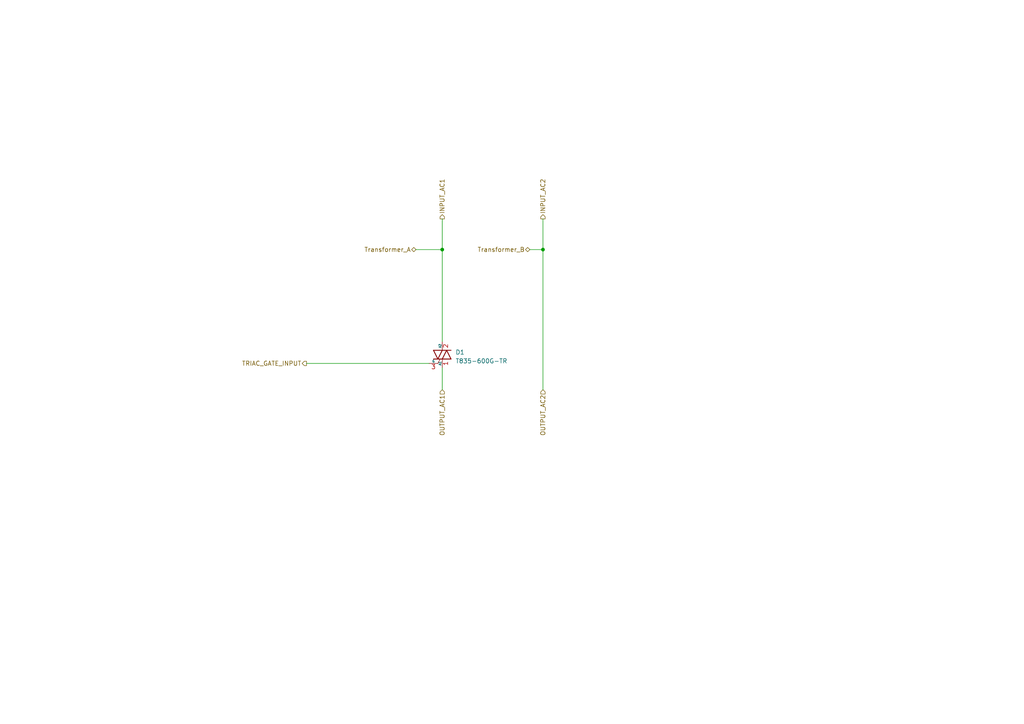
<source format=kicad_sch>
(kicad_sch (version 20250114) (generator "eeschema") (generator_version "9.0")
  (paper "A4")
  (lib_symbols
    (symbol "Triac_Thyristor:Generic_Triac_A1A2G" (pin_names (offset 0))
      (property "Reference" "D" (at 3.175 0.635 0))
      (property "Value" "Generic_Triac_A1A2G" (at 3.175 -1.27 0))
      (symbol "Generic_Triac_A1A2G_0_1"
        (polyline (pts (xy -2.54 1.27) (xy 2.54 1.27)) (stroke (width 0.254)))
        (polyline (pts (xy -2.54 1.27) (xy -1.27 -1.27) (xy 0 1.27)) (stroke (width 0.254)))
        (polyline (pts (xy -2.54 -1.27) (xy 2.54 -1.27)) (stroke (width 0.254)))
        (polyline (pts (xy -1.27 -2.54) (xy -0.635 -1.27)))
        (polyline (pts (xy 0 -1.27) (xy 1.27 1.27) (xy 2.54 -1.27)) (stroke (width 0.254)))
      )
      (symbol "Generic_Triac_A1A2G_1_1"
        (pin input line (at -3.81 -2.54 0) (length 2.54) (name "G") (number "3"))
        (pin passive line (at 0 3.81 270) (length 2.54) (name "A2") (number "2"))
        (pin passive line (at 0 -3.81 90) (length 2.54) (name "A1") (number "1"))
      )
    )
  )
  (junction (at 128.27 72.39))
  (junction (at 157.48 72.39))
  (wire (pts (xy 128.27 106.68) (xy 128.27 113.03)))
  (wire (pts (xy 153.67 72.39) (xy 157.48 72.39)))
  (wire (pts (xy 157.48 63.5) (xy 157.48 72.39)))
  (wire (pts (xy 128.27 63.5) (xy 128.27 72.39)))
  (wire (pts (xy 88.9 105.41) (xy 124.46 105.41)))
  (wire (pts (xy 157.48 72.39) (xy 157.48 113.03)))
  (wire (pts (xy 120.65 72.39) (xy 128.27 72.39)))
  (wire (pts (xy 128.27 72.39) (xy 128.27 99.06)))
  (hierarchical_label "INPUT_AC1" (shape output) (at 128.27 63.5 90))
  (hierarchical_label "OUTPUT_AC1" (shape input) (at 128.27 113.03 270))
  (hierarchical_label "OUTPUT_AC2" (shape input) (at 157.48 113.03 270))
  (hierarchical_label "TRIAC_GATE_INPUT" (shape output) (at 88.9 105.41 180))
  (hierarchical_label "INPUT_AC2" (shape output) (at 157.48 63.5 90))
  (hierarchical_label "Transformer_A" (shape bidirectional) (at 120.65 72.39 180))
  (hierarchical_label "Transformer_B" (shape bidirectional) (at 153.67 72.39 180))
  (symbol (lib_id "Triac_Thyristor:Generic_Triac_A1A2G") (at 128.27 102.87 0) (unit 1)
    (property "Reference" "D1" (at 132.08 102.1714 0) (effects (justify left)))
    (property "Value" "T835-600G-TR" (at 132.08 104.7114 0) (effects (justify left)))
    (property "Footprint" "T1035H_6G_TR:D2PAK_T2550_STM" (effects (hide yes)))
    (property "Description" "Triode for alternating current, anode1/anode2/gate" (effects (hide yes)))
  )
)
</source>
